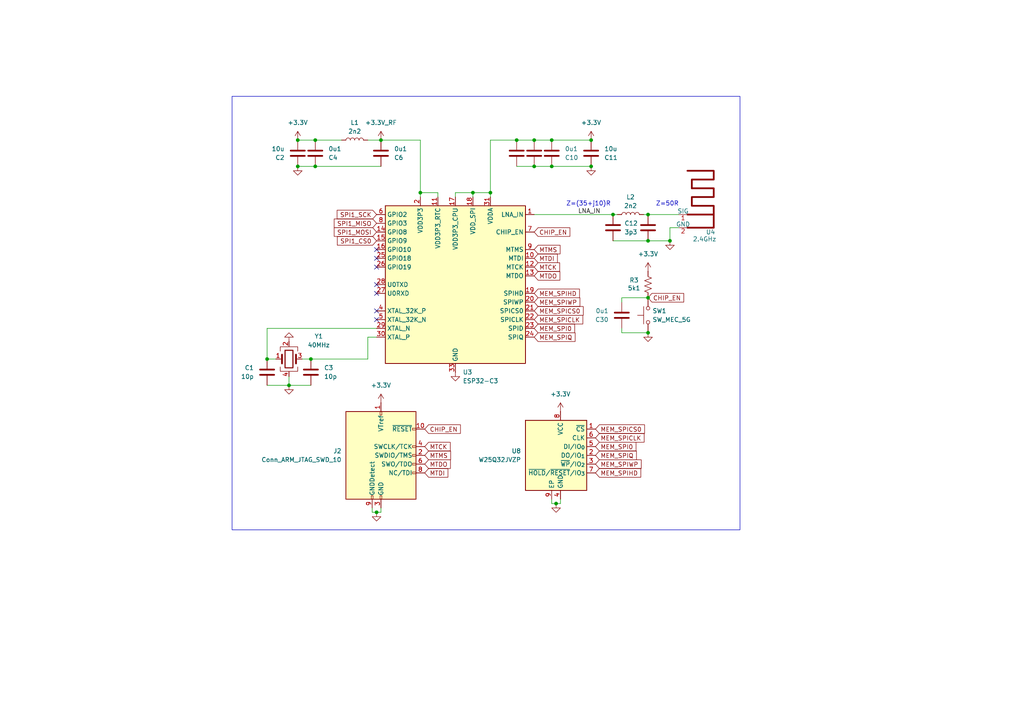
<source format=kicad_sch>
(kicad_sch (version 20250114) (generator "eeschema") (generator_version "9.0")
  (paper "A4")
  (lib_symbols
    (symbol "Connector:Conn_ARM_JTAG_SWD_10" (pin_names (offset 1.016))
      (property "Reference" "J" (at -2.54 16.51 0))
      (property "Value" "Conn_ARM_JTAG_SWD_10" (at -2.54 13.97 0))
      (symbol "Conn_ARM_JTAG_SWD_10_0_1"
        (rectangle (start -10.16 12.7) (end 10.16 -12.7) (stroke (width 0.254)) (fill (type background)))
        (rectangle (start -2.794 -12.7) (end -2.286 -11.684))
        (rectangle (start -0.254 12.7) (end 0.254 11.684))
        (rectangle (start -0.254 -12.7) (end 0.254 -11.684))
        (rectangle (start 9.144 2.286) (end 10.16 2.794))
        (rectangle (start 10.16 7.874) (end 9.144 7.366))
        (rectangle (start 10.16 -0.254) (end 9.144 0.254))
        (rectangle (start 10.16 -2.794) (end 9.144 -2.286))
      )
      (symbol "Conn_ARM_JTAG_SWD_10_1_1"
        (rectangle (start 9.144 -5.334) (end 10.16 -4.826))
        (pin no_connect line (at -10.16 0 0) (length 2.54) (hide yes) (name "KEY") (number "7"))
        (pin passive line (at -2.54 -15.24 90) (length 2.54) (name "GNDDetect") (number "9"))
        (pin power_in line (at 0 15.24 270) (length 2.54) (name "VTref") (number "1"))
        (pin power_in line (at 0 -15.24 90) (length 2.54) (name "GND") (number "3"))
        (pin passive line (at 0 -15.24 90) (length 2.54) (hide yes) (name "GND") (number "5"))
        (pin open_collector line (at 12.7 7.62 180) (length 2.54) (name "~{RESET}") (number "10"))
        (pin output line (at 12.7 2.54 180) (length 2.54) (name "SWCLK/TCK") (number "4"))
        (pin bidirectional line (at 12.7 0 180) (length 2.54) (name "SWDIO/TMS") (number "2"))
        (pin input line (at 12.7 -2.54 180) (length 2.54) (name "SWO/TDO") (number "6"))
        (pin output line (at 12.7 -5.08 180) (length 2.54) (name "NC/TDI") (number "8"))
      )
    )
    (symbol "Device:C" (pin_numbers (hide yes)) (pin_names (offset 0.254))
      (property "Reference" "C" (at 0.635 2.54 0))
      (property "Value" "C" (at 0.635 -2.54 0))
      (symbol "C_0_1"
        (polyline (pts (xy -2.032 0.762) (xy 2.032 0.762)) (stroke (width 0.508)))
        (polyline (pts (xy -2.032 -0.762) (xy 2.032 -0.762)) (stroke (width 0.508)))
      )
      (symbol "C_1_1"
        (pin passive line (at 0 3.81 270) (length 2.794) (name "~") (number "1"))
        (pin passive line (at 0 -3.81 90) (length 2.794) (name "~") (number "2"))
      )
    )
    (symbol "Device:Crystal_GND24" (pin_names (offset 1.016) (hide yes))
      (property "Reference" "Y" (at 3.175 5.08 0))
      (property "Value" "Crystal_GND24" (at 3.175 3.175 0))
      (symbol "Crystal_GND24_0_1"
        (polyline (pts (xy -2.54 2.286) (xy -2.54 3.556) (xy 2.54 3.556) (xy 2.54 2.286)))
        (polyline (pts (xy -2.54 0) (xy -2.032 0)))
        (polyline (pts (xy -2.54 -2.286) (xy -2.54 -3.556) (xy 2.54 -3.556) (xy 2.54 -2.286)))
        (polyline (pts (xy -2.032 -1.27) (xy -2.032 1.27)) (stroke (width 0.508)))
        (rectangle (start -1.143 2.54) (end 1.143 -2.54) (stroke (width 0.3048)))
        (polyline (pts (xy 0 3.556) (xy 0 3.81)))
        (polyline (pts (xy 0 -3.81) (xy 0 -3.556)))
        (polyline (pts (xy 2.032 0) (xy 2.54 0)))
        (polyline (pts (xy 2.032 -1.27) (xy 2.032 1.27)) (stroke (width 0.508)))
      )
      (symbol "Crystal_GND24_1_1"
        (pin passive line (at -3.81 0 0) (length 1.27) (name "1") (number "1"))
        (pin passive line (at 0 5.08 270) (length 1.27) (name "2") (number "2"))
        (pin passive line (at 0 -5.08 90) (length 1.27) (name "4") (number "4"))
        (pin passive line (at 3.81 0 180) (length 1.27) (name "3") (number "3"))
      )
    )
    (symbol "Device:L" (pin_numbers (hide yes)) (pin_names (offset 1.016) (hide yes))
      (property "Reference" "L" (at -1.27 0 90))
      (property "Value" "L" (at 1.905 0 90))
      (symbol "L_0_1"
        (arc (start 0 2.54) (mid 0.6323 1.905) (end 0 1.27))
        (arc (start 0 1.27) (mid 0.6323 0.635) (end 0 0))
        (arc (start 0 0) (mid 0.6323 -0.635) (end 0 -1.27))
        (arc (start 0 -1.27) (mid 0.6323 -1.905) (end 0 -2.54))
      )
      (symbol "L_1_1"
        (pin passive line (at 0 3.81 270) (length 1.27) (name "1") (number "1"))
        (pin passive line (at 0 -3.81 90) (length 1.27) (name "2") (number "2"))
      )
    )
    (symbol "Device:R_US" (pin_numbers (hide yes)) (pin_names (offset 0))
      (property "Reference" "R" (at 2.54 0 90))
      (property "Value" "R_US" (at -2.54 0 90))
      (symbol "R_US_0_1"
        (polyline (pts (xy 0 2.286) (xy 0 2.54)))
        (polyline (pts (xy 0 2.286) (xy 1.016 1.905) (xy 0 1.524) (xy -1.016 1.143) (xy 0 0.762)))
        (polyline (pts (xy 0 0.762) (xy 1.016 0.381) (xy 0 0) (xy -1.016 -0.381) (xy 0 -0.762)))
        (polyline (pts (xy 0 -0.762) (xy 1.016 -1.143) (xy 0 -1.524) (xy -1.016 -1.905) (xy 0 -2.286)))
        (polyline (pts (xy 0 -2.286) (xy 0 -2.54)))
      )
      (symbol "R_US_1_1"
        (pin passive line (at 0 3.81 270) (length 1.27) (name "~") (number "1"))
        (pin passive line (at 0 -3.81 90) (length 1.27) (name "~") (number "2"))
      )
    )
    (symbol "MCU_Espressif:ESP32-C3"
      (property "Reference" "U" (at -17.272 23.876 0))
      (property "Value" "ESP32-C3" (at 16.256 23.876 0))
      (symbol "ESP32-C3_1_1"
        (rectangle (start -20.32 22.86) (end 20.32 -22.86) (stroke (width 0.254)) (fill (type background)))
        (pin bidirectional line (at -22.86 20.32 0) (length 2.54) (name "GPIO2") (number "6"))
        (pin bidirectional line (at -22.86 17.78 0) (length 2.54) (name "GPIO3") (number "8"))
        (pin bidirectional line (at -22.86 15.24 0) (length 2.54) (name "GPIO8") (number "14"))
        (pin bidirectional line (at -22.86 12.7 0) (length 2.54) (name "GPIO9") (number "15"))
        (pin bidirectional line (at -22.86 10.16 0) (length 2.54) (name "GPIO10") (number "16"))
        (pin bidirectional line (at -22.86 7.62 0) (length 2.54) (name "GPIO18") (number "25"))
        (pin bidirectional line (at -22.86 5.08 0) (length 2.54) (name "GPIO19") (number "26"))
        (pin bidirectional line (at -22.86 0 0) (length 2.54) (name "U0TXD") (number "28"))
        (pin bidirectional line (at -22.86 -2.54 0) (length 2.54) (name "U0RXD") (number "27"))
        (pin bidirectional line (at -22.86 -7.62 0) (length 2.54) (name "XTAL_32K_P") (number "4"))
        (pin bidirectional line (at -22.86 -10.16 0) (length 2.54) (name "XTAL_32K_N") (number "5"))
        (pin bidirectional line (at -22.86 -12.7 0) (length 2.54) (name "XTAL_N") (number "29"))
        (pin bidirectional line (at -22.86 -15.24 0) (length 2.54) (name "XTAL_P") (number "30"))
        (pin power_in line (at -10.16 25.4 270) (length 2.54) (name "VDD3P3") (number "2"))
        (pin passive line (at -10.16 25.4 270) (length 2.54) (hide yes) (name "VDD3P3") (number "3"))
        (pin power_in line (at -5.08 25.4 270) (length 2.54) (name "VDD3P3_RTC") (number "11"))
        (pin power_in line (at 0 25.4 270) (length 2.54) (name "VDD3P3_CPU") (number "17"))
        (pin power_in line (at 0 -25.4 90) (length 2.54) (name "GND") (number "33"))
        (pin power_out line (at 5.08 25.4 270) (length 2.54) (name "VDD_SPI") (number "18"))
        (pin power_in line (at 10.16 25.4 270) (length 2.54) (name "VDDA") (number "31"))
        (pin passive line (at 10.16 25.4 270) (length 2.54) (hide yes) (name "VDDA") (number "32"))
        (pin bidirectional line (at 22.86 20.32 180) (length 2.54) (name "LNA_IN") (number "1"))
        (pin bidirectional line (at 22.86 15.24 180) (length 2.54) (name "CHIP_EN") (number "7"))
        (pin bidirectional line (at 22.86 10.16 180) (length 2.54) (name "MTMS") (number "9"))
        (pin bidirectional line (at 22.86 7.62 180) (length 2.54) (name "MTDI") (number "10"))
        (pin bidirectional line (at 22.86 5.08 180) (length 2.54) (name "MTCK") (number "12"))
        (pin bidirectional line (at 22.86 2.54 180) (length 2.54) (name "MTDO") (number "13"))
        (pin bidirectional line (at 22.86 -2.54 180) (length 2.54) (name "SPIHD") (number "19"))
        (pin bidirectional line (at 22.86 -5.08 180) (length 2.54) (name "SPIWP") (number "20"))
        (pin bidirectional line (at 22.86 -7.62 180) (length 2.54) (name "SPICS0") (number "21"))
        (pin bidirectional line (at 22.86 -10.16 180) (length 2.54) (name "SPICLK") (number "22"))
        (pin bidirectional line (at 22.86 -12.7 180) (length 2.54) (name "SPID") (number "23"))
        (pin bidirectional line (at 22.86 -15.24 180) (length 2.54) (name "SPIQ") (number "24"))
      )
    )
    (symbol "Memory_Flash:W25Q32JVZP"
      (property "Reference" "U" (at -6.35 11.43 0))
      (property "Value" "W25Q32JVZP" (at 7.62 11.43 0))
      (symbol "W25Q32JVZP_0_1"
        (rectangle (start -7.62 10.16) (end 10.16 -10.16) (stroke (width 0.254)) (fill (type background)))
      )
      (symbol "W25Q32JVZP_1_1"
        (pin input line (at -10.16 7.62 0) (length 2.54) (name "~{CS}") (number "1"))
        (pin input line (at -10.16 5.08 0) (length 2.54) (name "CLK") (number "6"))
        (pin bidirectional line (at -10.16 2.54 0) (length 2.54) (name "DI/IO_{0}") (number "5"))
        (pin bidirectional line (at -10.16 0 0) (length 2.54) (name "DO/IO_{1}") (number "2"))
        (pin bidirectional line (at -10.16 -2.54 0) (length 2.54) (name "~{WP}/IO_{2}") (number "3"))
        (pin bidirectional line (at -10.16 -5.08 0) (length 2.54) (name "~{HOLD}/~{RESET}/IO_{3}") (number "7"))
        (pin power_in line (at 0 12.7 270) (length 2.54) (name "VCC") (number "8"))
        (pin power_in line (at 0 -12.7 90) (length 2.54) (name "GND") (number "4"))
        (pin passive line (at 2.54 -12.7 90) (length 2.54) (name "EP") (number "9"))
      )
    )
    (symbol "RF:2.4GHz_Antenna" (pin_names (offset 0)) (in_bom no)
      (property "Reference" "U4" (at 7.874 -5.08 0))
      (property "Value" "2.4GHz" (at 4.064 -3.048 0))
      (symbol "2.4GHz_Antenna_1_1"
        (polyline (pts (xy 2.54 -6.35) (xy 10.16 -6.35) (xy 10.16 -10.16) (xy 2.54 -10.16) (xy 10.16 -10.16) (xy 10.16 -12.7) (xy 3.81 -12.7) (xy 3.81 -15.24) (xy 10.16 -15.24) (xy 10.16 -17.78) (xy 3.81 -17.78)) (stroke (width 0.508)))
        (polyline (pts (xy 3.81 -17.78) (xy 3.81 -20.32) (xy 10.16 -20.32) (xy 10.16 -22.86) (xy 2.54 -22.86)) (stroke (width 0.508)))
        (pin power_in line (at 0 -6.35 0) (length 2.54) (name "GND") (number "2"))
        (pin input line (at 0 -10.16 0) (length 2.54) (name "SIG") (number "1"))
      )
    )
    (symbol "Switch:SW_MEC_5G" (pin_numbers (hide yes)) (pin_names (offset 1.016) (hide yes))
      (property "Reference" "SW" (at 1.27 2.54 0))
      (property "Value" "SW_MEC_5G" (at 0 -1.524 0))
      (symbol "SW_MEC_5G_0_1"
        (circle (center -2.032 0) (radius 0.508))
        (polyline (pts (xy 0 1.27) (xy 0 3.048)))
        (circle (center 2.032 0) (radius 0.508))
        (polyline (pts (xy 2.54 1.27) (xy -2.54 1.27)))
        (pin passive line (at -5.08 0 0) (length 2.54) (name "A") (number "1"))
        (pin passive line (at 5.08 0 180) (length 2.54) (name "B") (number "3"))
      )
      (symbol "SW_MEC_5G_1_1"
        (pin passive line (at -5.08 0 0) (length 2.54) (hide yes) (name "A") (number "2"))
        (pin passive line (at 5.08 0 180) (length 2.54) (hide yes) (name "B") (number "4"))
      )
    )
    (symbol "power:+3.3V" (power) (pin_numbers (hide yes)) (pin_names (offset 0) (hide yes))
      (property "Value" "+3.3V" (at 0 3.556 0))
      (symbol "+3.3V_0_1"
        (polyline (pts (xy -0.762 1.27) (xy 0 2.54)))
        (polyline (pts (xy 0 2.54) (xy 0.762 1.27)))
        (polyline (pts (xy 0 0) (xy 0 2.54)))
      )
      (symbol "+3.3V_1_1"
        (pin power_in line (at 0 0 90) (length 0) (name "~") (number "1"))
      )
    )
    (symbol "power:GND" (power) (pin_numbers (hide yes)) (pin_names (offset 0) (hide yes))
      (property "Value" "GND" (at 0 -3.81 0))
      (symbol "GND_0_1"
        (polyline (pts (xy 0 0) (xy 0 -1.27) (xy 1.27 -1.27) (xy 0 -2.54) (xy -1.27 -1.27) (xy 0 -1.27)))
      )
      (symbol "GND_1_1"
        (pin power_in line (at 0 0 270) (length 0) (name "~") (number "1"))
      )
    )
  )
  (rectangle (start 67.31 27.94) (end 214.63 153.67))
  (text "Z=50R\n" (at 193.548 59.182 0) (effects (font (size 1.27 1.27))))
  (text "Z=(35+j10)R" (at 170.688 59.182 0) (effects (font (size 1.27 1.27))))
  (junction (at 149.86 40.64))
  (junction (at 161.29 146.05))
  (junction (at 109.22 148.59))
  (junction (at 86.36 40.64))
  (junction (at 91.44 40.64))
  (junction (at 154.94 40.64))
  (junction (at 160.02 40.64))
  (junction (at 187.96 62.23))
  (junction (at 90.17 104.14))
  (junction (at 77.47 104.14))
  (junction (at 83.82 111.76))
  (junction (at 187.96 86.36))
  (junction (at 121.92 55.88))
  (junction (at 187.96 96.52))
  (junction (at 137.16 55.88))
  (junction (at 91.44 48.26))
  (junction (at 194.31 69.85))
  (junction (at 86.36 48.26))
  (junction (at 110.49 40.64))
  (junction (at 177.8 62.23))
  (junction (at 154.94 48.26))
  (junction (at 142.24 55.88))
  (junction (at 171.45 40.64))
  (junction (at 171.45 48.26))
  (junction (at 187.96 69.85))
  (junction (at 160.02 48.26))
  (no_connect (at 109.22 77.47))
  (no_connect (at 109.22 82.55))
  (no_connect (at 109.22 92.71))
  (no_connect (at 109.22 85.09))
  (no_connect (at 109.22 72.39))
  (no_connect (at 109.22 74.93))
  (no_connect (at 109.22 90.17))
  (wire (pts (xy 171.45 48.26) (xy 160.02 48.26)))
  (wire (pts (xy 83.82 111.76) (xy 90.17 111.76)))
  (wire (pts (xy 121.92 40.64) (xy 121.92 55.88)))
  (wire (pts (xy 91.44 48.26) (xy 110.49 48.26)))
  (wire (pts (xy 132.08 55.88) (xy 137.16 55.88)))
  (wire (pts (xy 90.17 104.14) (xy 106.68 104.14)))
  (wire (pts (xy 187.96 69.85) (xy 177.8 69.85)))
  (wire (pts (xy 106.68 97.79) (xy 109.22 97.79)))
  (wire (pts (xy 127 55.88) (xy 127 57.15)))
  (wire (pts (xy 160.02 146.05) (xy 160.02 144.78)))
  (wire (pts (xy 77.47 104.14) (xy 80.01 104.14)))
  (wire (pts (xy 149.86 40.64) (xy 154.94 40.64)))
  (wire (pts (xy 107.95 148.59) (xy 109.22 148.59)))
  (wire (pts (xy 180.34 96.52) (xy 187.96 96.52)))
  (wire (pts (xy 194.31 69.85) (xy 187.96 69.85)))
  (wire (pts (xy 106.68 40.64) (xy 110.49 40.64)))
  (wire (pts (xy 149.86 40.64) (xy 142.24 40.64)))
  (wire (pts (xy 86.36 48.26) (xy 91.44 48.26)))
  (wire (pts (xy 177.8 62.23) (xy 179.07 62.23)))
  (wire (pts (xy 137.16 55.88) (xy 142.24 55.88)))
  (wire (pts (xy 77.47 111.76) (xy 83.82 111.76)))
  (wire (pts (xy 121.92 55.88) (xy 121.92 57.15)))
  (wire (pts (xy 194.31 66.04) (xy 196.85 66.04)))
  (wire (pts (xy 106.68 104.14) (xy 106.68 97.79)))
  (wire (pts (xy 187.96 62.23) (xy 196.85 62.23)))
  (wire (pts (xy 180.34 95.25) (xy 180.34 96.52)))
  (wire (pts (xy 160.02 40.64) (xy 154.94 40.64)))
  (wire (pts (xy 132.08 55.88) (xy 132.08 57.15)))
  (wire (pts (xy 137.16 55.88) (xy 137.16 57.15)))
  (wire (pts (xy 162.56 144.78) (xy 162.56 146.05)))
  (wire (pts (xy 77.47 95.25) (xy 109.22 95.25)))
  (wire (pts (xy 154.94 62.23) (xy 177.8 62.23)))
  (wire (pts (xy 194.31 66.04) (xy 194.31 69.85)))
  (wire (pts (xy 161.29 146.05) (xy 160.02 146.05)))
  (wire (pts (xy 109.22 148.59) (xy 110.49 148.59)))
  (wire (pts (xy 121.92 55.88) (xy 127 55.88)))
  (wire (pts (xy 180.34 86.36) (xy 180.34 87.63)))
  (wire (pts (xy 107.95 147.32) (xy 107.95 148.59)))
  (wire (pts (xy 154.94 48.26) (xy 149.86 48.26)))
  (wire (pts (xy 83.82 109.22) (xy 83.82 111.76)))
  (wire (pts (xy 110.49 147.32) (xy 110.49 148.59)))
  (wire (pts (xy 87.63 104.14) (xy 90.17 104.14)))
  (wire (pts (xy 171.45 40.64) (xy 160.02 40.64)))
  (wire (pts (xy 160.02 48.26) (xy 154.94 48.26)))
  (wire (pts (xy 162.56 146.05) (xy 161.29 146.05)))
  (wire (pts (xy 77.47 104.14) (xy 77.47 95.25)))
  (wire (pts (xy 86.36 40.64) (xy 91.44 40.64)))
  (wire (pts (xy 110.49 40.64) (xy 121.92 40.64)))
  (wire (pts (xy 91.44 40.64) (xy 99.06 40.64)))
  (wire (pts (xy 142.24 55.88) (xy 142.24 57.15)))
  (wire (pts (xy 180.34 86.36) (xy 187.96 86.36)))
  (wire (pts (xy 186.69 62.23) (xy 187.96 62.23)))
  (wire (pts (xy 142.24 40.64) (xy 142.24 55.88)))
  (label "LNA_IN" (at 167.64 62.23 0))
  (global_label "MEM_SPICLK" (shape input) (at 154.94 92.71 0) (property "Intersheetrefs" "${INTERSHEET_REFS}" (effects (hide yes))))
  (global_label "MTDI" (shape input) (at 154.94 74.93 0) (property "Intersheetrefs" "${INTERSHEET_REFS}" (effects (hide yes))))
  (global_label "MEM_SPI0" (shape input) (at 172.72 129.54 0) (property "Intersheetrefs" "${INTERSHEET_REFS}" (effects (hide yes))))
  (global_label "CHIP_EN" (shape input) (at 123.19 124.46 0) (property "Intersheetrefs" "${INTERSHEET_REFS}" (effects (hide yes))))
  (global_label "MEM_SPIHD" (shape input) (at 154.94 85.09 0) (property "Intersheetrefs" "${INTERSHEET_REFS}" (effects (hide yes))))
  (global_label "MEM_SPIWP" (shape input) (at 172.72 134.62 0) (property "Intersheetrefs" "${INTERSHEET_REFS}" (effects (hide yes))))
  (global_label "MEM_SPICLK" (shape input) (at 172.72 127 0) (property "Intersheetrefs" "${INTERSHEET_REFS}" (effects (hide yes))))
  (global_label "CHIP_EN" (shape input) (at 187.96 86.36 0) (property "Intersheetrefs" "${INTERSHEET_REFS}" (effects (hide yes))))
  (global_label "MTDO" (shape input) (at 123.19 134.62 0) (property "Intersheetrefs" "${INTERSHEET_REFS}" (effects (hide yes))))
  (global_label "MEM_SPICS0" (shape input) (at 154.94 90.17 0) (property "Intersheetrefs" "${INTERSHEET_REFS}" (effects (hide yes))))
  (global_label "MTMS" (shape input) (at 123.19 132.08 0) (property "Intersheetrefs" "${INTERSHEET_REFS}" (effects (hide yes))))
  (global_label "MTCK" (shape input) (at 154.94 77.47 0) (property "Intersheetrefs" "${INTERSHEET_REFS}" (effects (hide yes))))
  (global_label "SPI1_CS0" (shape input) (at 109.22 69.85 180) (property "Intersheetrefs" "${INTERSHEET_REFS}" (effects (hide yes))))
  (global_label "MEM_SPICS0" (shape input) (at 172.72 124.46 0) (property "Intersheetrefs" "${INTERSHEET_REFS}" (effects (hide yes))))
  (global_label "MTDO" (shape input) (at 154.94 80.01 0) (property "Intersheetrefs" "${INTERSHEET_REFS}" (effects (hide yes))))
  (global_label "MEM_SPIHD" (shape input) (at 172.72 137.16 0) (property "Intersheetrefs" "${INTERSHEET_REFS}" (effects (hide yes))))
  (global_label "MTCK" (shape input) (at 123.19 129.54 0) (property "Intersheetrefs" "${INTERSHEET_REFS}" (effects (hide yes))))
  (global_label "SPI1_SCK" (shape input) (at 109.22 62.23 180) (property "Intersheetrefs" "${INTERSHEET_REFS}" (effects (hide yes))))
  (global_label "CHIP_EN" (shape input) (at 154.94 67.31 0) (property "Intersheetrefs" "${INTERSHEET_REFS}" (effects (hide yes))))
  (global_label "MEM_SPIWP" (shape input) (at 154.94 87.63 0) (property "Intersheetrefs" "${INTERSHEET_REFS}" (effects (hide yes))))
  (global_label "MTDI" (shape input) (at 123.19 137.16 0) (property "Intersheetrefs" "${INTERSHEET_REFS}" (effects (hide yes))))
  (global_label "MEM_SPI0" (shape input) (at 154.94 95.25 0) (property "Intersheetrefs" "${INTERSHEET_REFS}" (effects (hide yes))))
  (global_label "MTMS" (shape input) (at 154.94 72.39 0) (property "Intersheetrefs" "${INTERSHEET_REFS}" (effects (hide yes))))
  (global_label "MEM_SPIQ" (shape input) (at 172.72 132.08 0) (property "Intersheetrefs" "${INTERSHEET_REFS}" (effects (hide yes))))
  (global_label "MEM_SPIQ" (shape input) (at 154.94 97.79 0) (property "Intersheetrefs" "${INTERSHEET_REFS}" (effects (hide yes))))
  (global_label "SPI1_MISO" (shape input) (at 109.22 64.77 180) (property "Intersheetrefs" "${INTERSHEET_REFS}" (effects (hide yes))))
  (global_label "SPI1_MOSI" (shape input) (at 109.22 67.31 180) (property "Intersheetrefs" "${INTERSHEET_REFS}" (effects (hide yes))))
  (symbol (lib_id "Device:C") (at 110.49 44.45 0) (mirror x) (unit 1)
    (property "Reference" "C6" (at 114.3 45.7201 0) (effects (justify left)))
    (property "Value" "0u1" (at 114.3 43.1801 0) (effects (justify left)))
    (property "Footprint" "Capacitor_SMD:C_0402_1005Metric" (effects (hide yes)))
    (property "Description" "Unpolarized capacitor" (effects (hide yes)))
  )
  (symbol (lib_id "Device:C") (at 160.02 44.45 0) (mirror x) (unit 1)
    (property "Reference" "C10" (at 163.83 45.7201 0) (effects (justify left)))
    (property "Value" "0u1" (at 163.83 43.1801 0) (effects (justify left)))
    (property "Footprint" "Capacitor_SMD:C_0402_1005Metric" (effects (hide yes)))
    (property "Description" "Unpolarized capacitor" (effects (hide yes)))
  )
  (symbol (lib_id "Device:C") (at 90.17 107.95 0) (mirror y) (unit 1)
    (property "Reference" "C3" (at 93.98 106.6799 0) (effects (justify right)))
    (property "Value" "10p" (at 93.98 109.2199 0) (effects (justify right)))
    (property "Footprint" "Capacitor_SMD:C_0201_0603Metric" (effects (hide yes)))
    (property "Description" "Unpolarized capacitor" (effects (hide yes)))
  )
  (symbol (lib_id "Device:C") (at 86.36 44.45 180) (unit 1)
    (property "Reference" "C2" (at 82.55 45.7201 0) (effects (justify left)))
    (property "Value" "10u" (at 82.55 43.1801 0) (effects (justify left)))
    (property "Footprint" "Capacitor_SMD:C_0402_1005Metric" (effects (hide yes)))
    (property "Description" "Unpolarized capacitor" (effects (hide yes)))
  )
  (symbol (lib_id "Device:C") (at 171.45 44.45 0) (mirror x) (unit 1)
    (property "Reference" "C11" (at 175.26 45.7201 0) (effects (justify left)))
    (property "Value" "10u" (at 175.26 43.1801 0) (effects (justify left)))
    (property "Footprint" "Capacitor_SMD:C_0402_1005Metric" (effects (hide yes)))
    (property "Description" "Unpolarized capacitor" (effects (hide yes)))
  )
  (symbol (lib_id "power:GND") (at 83.82 99.06 180) (unit 1)
    (property "Reference" "#PWR02" (effects (hide yes)))
    (property "Value" "GND" (effects (hide yes)))
    (property "Description" "Power symbol creates a global label with name \"GND\" , ground" (effects (hide yes)))
  )
  (symbol (lib_id "power:+3.3V") (at 162.56 119.38 0) (unit 1)
    (property "Reference" "#PWR045" (effects (hide yes)))
    (property "Value" "+3.3V" (at 162.56 114.3 0))
    (property "Description" "Power symbol creates a global label with name \"+3.3V\"" (effects (hide yes)))
  )
  (symbol (lib_id "power:+3.3V") (at 171.45 40.64 0) (mirror y) (unit 1)
    (property "Reference" "#PWR015" (effects (hide yes)))
    (property "Value" "+3.3V" (at 171.45 35.56 0))
    (property "Description" "Power symbol creates a global label with name \"+3.3V\"" (effects (hide yes)))
  )
  (symbol (lib_id "power:GND") (at 109.22 148.59 0) (unit 1)
    (property "Reference" "#PWR046" (effects (hide yes)))
    (property "Value" "GND" (effects (hide yes)))
    (property "Description" "Power symbol creates a global label with name \"GND\" , ground" (effects (hide yes)))
  )
  (symbol (lib_id "power:GND") (at 86.36 48.26 0) (mirror y) (unit 1)
    (property "Reference" "#PWR05" (effects (hide yes)))
    (property "Value" "GND" (effects (hide yes)))
    (property "Description" "Power symbol creates a global label with name \"GND\" , ground" (effects (hide yes)))
  )
  (symbol (lib_id "power:GND") (at 161.29 146.05 0) (mirror y) (unit 1)
    (property "Reference" "#PWR044" (effects (hide yes)))
    (property "Value" "GND" (effects (hide yes)))
    (property "Description" "Power symbol creates a global label with name \"GND\" , ground" (effects (hide yes)))
  )
  (symbol (lib_id "Device:C") (at 180.34 91.44 180) (unit 1)
    (property "Reference" "C30" (at 176.53 92.7101 0) (effects (justify left)))
    (property "Value" "0u1" (at 176.53 90.1701 0) (effects (justify left)))
    (property "Footprint" "Capacitor_SMD:C_0402_1005Metric" (effects (hide yes)))
    (property "Description" "Unpolarized capacitor" (effects (hide yes)))
  )
  (symbol (lib_id "power:GND") (at 194.31 69.85 0) (unit 1)
    (property "Reference" "#PWR047" (effects (hide yes)))
    (property "Value" "GND" (effects (hide yes)))
    (property "Description" "Power symbol creates a global label with name \"GND\" , ground" (effects (hide yes)))
  )
  (symbol (lib_id "Device:C") (at 77.47 107.95 0) (unit 1)
    (property "Reference" "C1" (at 73.66 106.6799 0) (effects (justify right)))
    (property "Value" "10p" (at 73.66 109.2199 0) (effects (justify right)))
    (property "Footprint" "Capacitor_SMD:C_0201_0603Metric" (effects (hide yes)))
    (property "Description" "Unpolarized capacitor" (effects (hide yes)))
  )
  (symbol (lib_id "Device:C") (at 154.94 44.45 0) (mirror x) (unit 1)
    (property "Reference" "C9" (effects (hide yes)))
    (property "Value" "0u1" (effects (hide yes)))
    (property "Footprint" "Capacitor_SMD:C_0402_1005Metric" (effects (hide yes)))
    (property "Description" "Unpolarized capacitor" (effects (hide yes)))
  )
  (symbol (lib_id "power:GND") (at 171.45 48.26 0) (mirror y) (unit 1)
    (property "Reference" "#PWR016" (effects (hide yes)))
    (property "Value" "GND" (effects (hide yes)))
    (property "Description" "Power symbol creates a global label with name \"GND\" , ground" (effects (hide yes)))
  )
  (symbol (lib_id "Device:C") (at 149.86 44.45 0) (mirror x) (unit 1)
    (property "Reference" "C8" (effects (hide yes)))
    (property "Value" "0u1" (effects (hide yes)))
    (property "Footprint" "Capacitor_SMD:C_0402_1005Metric" (effects (hide yes)))
    (property "Description" "Unpolarized capacitor" (effects (hide yes)))
  )
  (symbol (lib_id "Device:L") (at 182.88 62.23 90) (unit 1)
    (property "Reference" "L2" (at 182.88 57.15 90))
    (property "Value" "2n2" (at 182.88 59.69 90))
    (property "Footprint" "Inductor_SMD:L_0402_1005Metric" (effects (hide yes)))
    (property "Description" "Inductor" (effects (hide yes)))
  )
  (symbol (lib_id "power:GND") (at 187.96 96.52 0) (unit 1)
    (property "Reference" "#PWR043" (effects (hide yes)))
    (property "Value" "GND" (effects (hide yes)))
    (property "Description" "Power symbol creates a global label with name \"GND\" , ground" (effects (hide yes)))
  )
  (symbol (lib_id "Device:C") (at 177.8 66.04 0) (mirror y) (unit 1)
    (property "Reference" "C12" (at 181.102 64.77 0) (effects (justify right)))
    (property "Value" "3p3" (at 181.102 67.31 0) (effects (justify right)))
    (property "Footprint" "Capacitor_SMD:C_0201_0603Metric" (effects (hide yes)))
    (property "Description" "Unpolarized capacitor" (effects (hide yes)))
  )
  (symbol (lib_id "Connector:Conn_ARM_JTAG_SWD_10") (at 110.49 132.08 0) (unit 1)
    (property "Reference" "J2" (at 99.06 130.8099 0) (effects (justify right)))
    (property "Value" "Conn_ARM_JTAG_SWD_10" (at 99.06 133.3499 0) (effects (justify right)))
    (property "Footprint" "Connector_PinHeader_1.27mm:PinHeader_2x05_P1.27mm_Vertical" (effects (hide yes)))
    (property "Datasheet" "http://infocenter.arm.com/help/topic/com.arm.doc.ddi0314h/DDI0314H_coresight_components_trm.pdf" (effects (hide yes)))
    (property "Description" "Cortex Debug Connector, standard ARM Cortex-M SWD and JTAG interface" (effects (hide yes)))
  )
  (symbol (lib_id "power:+3.3V") (at 110.49 40.64 0) (mirror y) (unit 1)
    (property "Reference" "#PWR07" (effects (hide yes)))
    (property "Value" "+3.3V_RF" (at 110.49 35.56 0))
    (property "Description" "Power symbol creates a global label with name \"+3.3V\"" (effects (hide yes)))
  )
  (symbol (lib_id "Memory_Flash:W25Q32JVZP") (at 162.56 132.08 0) (mirror y) (unit 1)
    (property "Reference" "U8" (at 151.13 130.8099 0) (effects (justify left)))
    (property "Value" "W25Q32JVZP" (at 151.13 133.3499 0) (effects (justify left)))
    (property "Footprint" "Package_SON:WSON-8-1EP_6x5mm_P1.27mm_EP3.4x4.3mm" (effects (hide yes)))
    (property "Datasheet" "http://www.winbond.com/resource-files/w25q32jv%20revg%2003272018%20plus.pdf" (effects (hide yes)))
    (property "Description" "32Mbit / 4MiB Serial Flash Memory, Standard/Dual/Quad SPI, 2.7-3.6V, WSON-8" (effects (hide yes)))
  )
  (symbol (lib_id "Device:R_US") (at 187.96 82.55 180) (unit 1)
    (property "Reference" "R3" (at 183.896 81.28 0))
    (property "Value" "5k1" (at 183.896 83.566 0))
    (property "Footprint" "Resistor_SMD:R_0402_1005Metric" (effects (hide yes)))
    (property "Description" "Resistor, US symbol" (effects (hide yes)))
  )
  (symbol (lib_id "power:+3.3V") (at 86.36 40.64 0) (mirror y) (unit 1)
    (property "Reference" "#PWR04" (effects (hide yes)))
    (property "Value" "+3.3V" (at 86.36 35.56 0))
    (property "Description" "Power symbol creates a global label with name \"+3.3V\"" (effects (hide yes)))
  )
  (symbol (lib_id "power:+3.3V") (at 110.49 116.84 0) (mirror y) (unit 1)
    (property "Reference" "#PWR017" (effects (hide yes)))
    (property "Value" "+3.3V" (at 110.49 111.76 0))
    (property "Description" "Power symbol creates a global label with name \"+3.3V\"" (effects (hide yes)))
  )
  (symbol (lib_id "Device:C") (at 187.96 66.04 0) (unit 1)
    (property "Reference" "C13" (effects (hide yes)))
    (property "Value" "3p3" (effects (hide yes)))
    (property "Footprint" "Capacitor_SMD:C_0201_0603Metric" (effects (hide yes)))
    (property "Description" "Unpolarized capacitor" (effects (hide yes)))
  )
  (symbol (lib_id "MCU_Espressif:ESP32-C3") (at 132.08 82.55 0) (unit 1)
    (property "Reference" "U3" (at 134.2233 107.95 0) (effects (justify left)))
    (property "Value" "ESP32-C3" (at 134.2233 110.49 0) (effects (justify left)))
    (property "Footprint" "Package_DFN_QFN:QFN-32-1EP_5x5mm_P0.5mm_EP3.7x3.7mm_ThermalVias" (effects (hide yes)))
    (property "Datasheet" "https://www.espressif.com/sites/default/files/documentation/esp32-c3_datasheet_en.pdf" (effects (hide yes)))
    (property "Description" "RF Module, ESP32 SoC, RISC-V, WiFi 802.11b/n/g, Bluetooth LE 5, QFN32" (effects (hide yes)))
  )
  (symbol (lib_id "power:+3.3V") (at 187.96 78.74 0) (unit 1)
    (property "Reference" "#PWR014" (effects (hide yes)))
    (property "Value" "+3.3V" (at 187.96 73.66 0))
    (property "Description" "Power symbol creates a global label with name \"+3.3V\"" (effects (hide yes)))
  )
  (symbol (lib_id "Device:L") (at 102.87 40.64 90) (unit 1)
    (property "Reference" "L1" (at 102.87 35.56 90))
    (property "Value" "2n2" (at 102.87 38.1 90))
    (property "Footprint" "Inductor_SMD:L_0402_1005Metric" (effects (hide yes)))
    (property "Description" "Inductor" (effects (hide yes)))
  )
  (symbol (lib_id "RF:2.4GHz_Antenna") (at 196.85 72.39 0) (mirror x) (unit 1) (in_bom no)
    (property "Reference" "U4" (at 204.724 67.31 0) (effects (justify left)))
    (property "Value" "2.4GHz" (at 200.914 69.342 0) (effects (justify left)))
    (property "Footprint" "RF_Antenna:Untitled" (effects (hide yes)))
  )
  (symbol (lib_id "Device:Crystal_GND24") (at 83.82 104.14 0) (unit 1)
    (property "Reference" "Y1" (at 92.456 97.536 0))
    (property "Value" "40MHz" (at 92.456 100.076 0))
    (property "Footprint" "Crystal:Crystal_SMD_Abracon_ABM8G-4Pin_3.2x2.5mm" (effects (hide yes)))
    (property "Description" "Four pin crystal, GND on pins 2 and 4" (effects (hide yes)))
  )
  (symbol (lib_id "Device:C") (at 91.44 44.45 0) (mirror x) (unit 1)
    (property "Reference" "C4" (at 95.25 45.7201 0) (effects (justify left)))
    (property "Value" "0u1" (at 95.25 43.1801 0) (effects (justify left)))
    (property "Footprint" "Capacitor_SMD:C_0402_1005Metric" (effects (hide yes)))
    (property "Description" "Unpolarized capacitor" (effects (hide yes)))
  )
  (symbol (lib_id "power:GND") (at 132.08 107.95 0) (unit 1)
    (property "Reference" "#PWR012" (effects (hide yes)))
    (property "Value" "GND" (effects (hide yes)))
    (property "Description" "Power symbol creates a global label with name \"GND\" , ground" (effects (hide yes)))
  )
  (symbol (lib_id "Switch:SW_MEC_5G") (at 187.96 91.44 90) (unit 1)
    (property "Reference" "SW1" (at 189.23 90.1699 90) (effects (justify right)))
    (property "Value" "SW_MEC_5G" (at 189.23 92.7099 90) (effects (justify right)))
    (property "Footprint" "Button_Switch_SMD:SW_MEC_5GSH9" (effects (hide yes)))
    (property "Datasheet" "http://www.apem.com/int/index.php?controller=attachment&id_attachment=488" (effects (hide yes)))
    (property "Description" "MEC 5G single pole normally-open tactile switch" (effects (hide yes)))
  )
  (symbol (lib_id "power:GND") (at 83.82 111.76 0) (unit 1)
    (property "Reference" "#PWR03" (effects (hide yes)))
    (property "Value" "GND" (effects (hide yes)))
    (property "Description" "Power symbol creates a global label with name \"GND\" , ground" (effects (hide yes)))
  )
)
</source>
